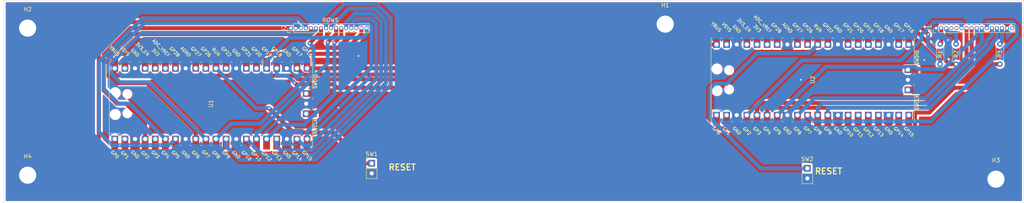
<source format=kicad_pcb>
(kicad_pcb (version 20211014) (generator pcbnew)
  (layers (0 "F.Cu" signal) (31 "B.Cu" signal) (34 "B.Paste" user) (35 "F.Paste" user) (36 "B.SilkS" user "B.Silkscreen") (37 "F.SilkS" user "F.Silkscreen") (38 "B.Mask" user) (39 "F.Mask" user) (44 "Edge.Cuts" user))
  (net 0 "")
  (net 1 "GNDL")
  (net 2 "Net-(J1-Pad2)")
  (net 3 "Net-(J1-Pad3)")
  (net 6 "COL1")
  (net 7 "COL2")
  (net 8 "COL3")
  (net 9 "COL4")
  (net 10 "COL5")
  (net 11 "COL6")
  (net 12 "COL7")
  (net 13 "COL8")
  (net 14 "Net-(J1-Pad14)")
  (net 16 "ROW1")
  (net 17 "ROW2")
  (net 18 "ROW3")
  (net 19 "ROW4")
  (net 20 "ROW5")
  (net 21 "ROW6")
  (net 22 "ROW7")
  (net 23 "ROW8")
  (net 24 "ROW9")
  (net 25 "ROW10")
  (net 26 "ROW11")
  (net 27 "ROW12")
  (net 28 "ROW13")
  (net 29 "ROW14")
  (net 30 "ROW15")
  (net 31 "ROW16")
  (net 32 "LED1")
  (net 33 "LED2")
  (net 34 "LED3")
  (net 35 "SDA I2C0")
  (net 36 "SCL I2C0")
  (net 39 "Net-(SW1-Pad1)")
  (net 47 "VCCL")
  (net 50 "sdaR")
  (net 51 "sclR")
  (net 65 "Net-(SW2-Pad1)")
  (footprint "MountingHole:MountingHole_4.3mm_M4_DIN965_Pad" (layer "F.Cu") (at 187 30)
    (fp_text reference "H1")
    (fp_text value "MountingHole_Pad")
  )
  (footprint "Connector_PinHeader_1.27mm:PinHeader_1x16_P1.27mm_Vertical" (layer "F.Cu") (at 255 31 90)
    (fp_text reference "J1")
    (fp_text value "Conn_01x16_Male")
  )
  (footprint "MountingHole:MountingHole_4.3mm_M4_DIN965_Pad" (layer "F.Cu") (at 270 69)
    (fp_text reference "H3")
    (fp_text value "MountingHole_Pad")
  )
  (footprint "Resistor_THT:R_Axial_DIN0204_L3.6mm_D1.6mm_P5.08mm_Horizontal" (layer "F.Cu") (at 271 35 -90)
    (fp_text reference "R3")
    (fp_text value "330")
  )
  (footprint "MountingHole:MountingHole_4.3mm_M4_DIN965_Pad" (layer "F.Cu") (at 27 68)
    (fp_text reference "H4")
    (fp_text value "MountingHole_Pad")
  )
  (footprint "Resistor_THT:R_Axial_DIN0204_L3.6mm_D1.6mm_P5.08mm_Horizontal" (layer "F.Cu") (at 260 35 -90)
    (fp_text reference "R2")
    (fp_text value "330")
  )
  (footprint "Resistor_THT:R_Axial_DIN0204_L3.6mm_D1.6mm_P5.08mm_Horizontal" (layer "F.Cu") (at 256 35 -90)
    (fp_text reference "R1")
    (fp_text value "330")
  )
  (footprint "MCU_RaspberryPi_and_Boards:RPi_Pico_SMD_TH" (layer "F.Cu") (at 73 50 90)
    (fp_text reference "U1")
    (fp_text value "Pico")
  )
  (footprint "Connector_PinHeader_2.54mm:PinHeader_1x02_P2.54mm_Vertical" (layer "F.Cu") (at 113.345 65)
    (fp_text reference "SW1")
    (fp_text value "EG2614-ND")
  )
  (footprint "Connector_PinHeader_2.54mm:PinHeader_1x02_P2.54mm_Vertical" (layer "F.Cu") (at 222.655 66.27)
    (fp_text reference "SW2")
    (fp_text value "EG2614-ND")
  )
  (footprint "MCU_RaspberryPi_and_Boards:RPi_Pico_SMD_TH" (layer "F.Cu") (at 224 44 90)
    (fp_text reference "U2")
    (fp_text value "Pico")
  )
  (footprint "MountingHole:MountingHole_4.3mm_M4_DIN965_Pad" (layer "F.Cu") (at 27 31)
    (fp_text reference "H2")
    (fp_text value "MountingHole_Pad")
  )
  (footprint "Connector_PinHeader_1.27mm:PinHeader_1x16_P1.27mm_Vertical" (layer "F.Cu") (at 93 31 90)
    (fp_text reference "J2")
    (fp_text value "Conn_01x16_Male")
  )
  (gr_rect (start 21 24) (end 277 75) (layer "Edge.Cuts") (width 0.1) (fill none))
  (gr_text "ROWS" (at 103 29) (layer "F.SilkS") (effects (font (size 1 1))))
  (gr_text "RESET" (at 121 66) (layer "F.SilkS") (effects (font (size 1.5 1.5) (thickness 0.3))))
  (gr_text "RESET" (at 228 67) (layer "F.SilkS") (effects (font (size 1.5 1.5) (thickness 0.3))))
  (via (at 258 34) (size 0.8) (drill 0.4) (layers "F.Cu" "B.Cu") (net 1))
  (via (at 110 38) (size 0.8) (drill 0.4) (layers "F.Cu" "B.Cu") (net 1))
  (via (at 221 44) (size 0.8) (drill 0.4) (layers "F.Cu" "B.Cu") (net 1))
  (via (at 252 39) (size 0.8) (drill 0.4) (layers "F.Cu" "B.Cu") (net 1))
  (via (at 105 51) (size 0.8) (drill 0.4) (layers "F.Cu" "B.Cu") (net 1))
  (segment (start 256 35) (end 256.27 34.73) (width 1) (layer "F.Cu") (net 2))
  (segment (start 256.27 34.73) (end 256.27 31) (width 1) (layer "F.Cu") (net 2))
  (segment (start 260 35) (end 260 32.2) (width 1) (layer "B.Cu") (net 3))
  (segment (start 257.54 31.427057) (end 257.54 31) (width 1) (layer "B.Cu") (net 3))
  (segment (start 260 32.2) (end 258.312943 32.2) (width 1) (layer "B.Cu") (net 3))
  (segment (start 258.312943 32.2) (end 257.54 31.427057) (width 1) (layer "B.Cu") (net 3))
  (segment (start 251.2836 33.9853) (end 251.2836 32.6204) (width 1) (layer "B.Cu") (net 6))
  (segment (start 207.49 52.89) (end 221.2959 39.0841) (width 1) (layer "B.Cu") (net 6))
  (segment (start 261.35 31) (end 261.35 29.5) (width 1) (layer "B.Cu") (net 6))
  (segment (start 221.2959 39.0841) (end 246.1848 39.0841) (width 1) (layer "B.Cu") (net 6))
  (segment (start 246.1848 39.0841) (end 251.2836 33.9853) (width 1) (layer "B.Cu") (net 6))
  (segment (start 251.2836 32.6204) (end 254.404 29.5) (width 1) (layer "B.Cu") (net 6))
  (segment (start 254.404 29.5) (end 261.35 29.5) (width 1) (layer "B.Cu") (net 6))
  (segment (start 262.62 39.4866) (end 262.62 31) (width 1) (layer "F.Cu") (net 7))
  (segment (start 210.03 51.04) (end 211.2302 49.8398) (width 1) (layer "F.Cu") (net 7))
  (segment (start 252.2668 49.8398) (end 262.62 39.4866) (width 1) (layer "F.Cu") (net 7))
  (segment (start 211.2302 49.8398) (end 252.2668 49.8398) (width 1) (layer "F.Cu") (net 7))
  (segment (start 210.03 52.89) (end 210.03 51.04) (width 1) (layer "F.Cu") (net 7))
  (segment (start 252.7797 51.04) (end 212.57 51.04) (width 1) (layer "F.Cu") (net 8))
  (segment (start 263.89 31) (end 263.89 39.9297) (width 1) (layer "F.Cu") (net 8))
  (segment (start 212.57 52.89) (end 212.57 51.04) (width 1) (layer "F.Cu") (net 8))
  (segment (start 263.89 39.9297) (end 252.7797 51.04) (width 1) (layer "F.Cu") (net 8))
  (segment (start 258 40.124) (end 258 40.0347) (width 1) (layer "B.Cu") (net 9))
  (segment (start 258 40.0347) (end 265.16 32.8747) (width 1) (layer "B.Cu") (net 9))
  (segment (start 227.257 40.743) (end 249.7041 40.743) (width 1) (layer "B.Cu") (net 9))
  (segment (start 250.2737 41.3126) (end 256.8114 41.3126) (width 1) (layer "B.Cu") (net 9))
  (segment (start 265.16 32.8747) (end 265.16 31) (width 1) (layer "B.Cu") (net 9))
  (segment (start 215.11 52.89) (end 227.257 40.743) (width 1) (layer "B.Cu") (net 9))
  (segment (start 249.7041 40.743) (end 250.2737 41.3126) (width 1) (layer "B.Cu") (net 9))
  (segment (start 256.8114 41.3126) (end 258 40.124) (width 1) (layer "B.Cu") (net 9))
  (segment (start 224.4404 48.6396) (end 220.19 52.89) (width 1) (layer "B.Cu") (net 10))
  (segment (start 252.3109 48.6396) (end 224.4404 48.6396) (width 1) (layer "B.Cu") (net 10))
  (segment (start 266.43 31) (end 266.43 34.5205) (width 1) (layer "B.Cu") (net 10))
  (segment (start 266.43 34.5205) (end 252.3109 48.6396) (width 1) (layer "B.Cu") (net 10))
  (segment (start 224.292 54.452) (end 253.5966 54.452) (width 1) (layer "B.Cu") (net 11))
  (segment (start 275.2763 30.6414) (end 274.1349 29.5) (width 1) (layer "B.Cu") (net 11))
  (segment (start 275.2763 32.7723) (end 275.2763 30.6414) (width 1) (layer "B.Cu") (net 11))
  (segment (start 222.73 52.89) (end 224.292 54.452) (width 1) (layer "B.Cu") (net 11))
  (segment (start 253.5966 54.452) (end 275.2763 32.7723) (width 1) (layer "B.Cu") (net 11))
  (segment (start 267.7 31) (end 267.7 29.5) (width 1) (layer "B.Cu") (net 11))
  (segment (start 274.1349 29.5) (end 267.7 29.5) (width 1) (layer "B.Cu") (net 11))
  (segment (start 225.27 51.04) (end 226.4702 49.8398) (width 1) (layer "B.Cu") (net 12))
  (segment (start 226.4702 49.8398) (end 252.8241 49.8398) (width 1) (layer "B.Cu") (net 12))
  (segment (start 267.6302 34.2203) (end 268.97 32.8805) (width 1) (layer "B.Cu") (net 12))
  (segment (start 225.27 52.89) (end 225.27 51.04) (width 1) (layer "B.Cu") (net 12))
  (segment (start 267.6302 35.0337) (end 267.6302 34.2203) (width 1) (layer "B.Cu") (net 12))
  (segment (start 252.8241 49.8398) (end 267.6302 35.0337) (width 1) (layer "B.Cu") (net 12))
  (segment (start 268.97 32.8805) (end 268.97 31) (width 1) (layer "B.Cu") (net 12))
  (segment (start 227.81 51.04) (end 253.37 51.04) (width 1) (layer "B.Cu") (net 13))
  (segment (start 268.8303 34.9704) (end 270.24 33.5607) (width 1) (layer "B.Cu") (net 13))
  (segment (start 227.81 52.89) (end 227.81 51.04) (width 1) (layer "B.Cu") (net 13))
  (segment (start 268.8303 35.5797) (end 268.8303 34.9704) (width 1) (layer "B.Cu") (net 13))
  (segment (start 270.24 31) (end 270.24 32.5) (width 1) (layer "B.Cu") (net 13))
  (segment (start 270.24 33.5607) (end 270.24 32.5) (width 1) (layer "B.Cu") (net 13))
  (segment (start 253.37 51.04) (end 268.8303 35.5797) (width 1) (layer "B.Cu") (net 13))
  (segment (start 271 35) (end 271.51 34.49) (width 1) (layer "B.Cu") (net 14))
  (segment (start 271.51 34.49) (end 271.51 31) (width 1) (layer "B.Cu") (net 14))
  (segment (start 93 31) (end 52.7927 31) (width 1) (layer "F.Cu") (net 16))
  (segment (start 52.7927 31) (end 46.1009 37.6918) (width 1) (layer "F.Cu") (net 16))
  (segment (start 46.1009 46.6809) (end 49.42 50) (width 1) (layer "F.Cu") (net 16))
  (segment (start 46.1009 37.6918) (end 46.1009 46.6809) (width 1) (layer "F.Cu") (net 16))
  (segment (start 51.6863 50) (end 56.49 54.8037) (width 1) (layer "F.Cu") (net 16))
  (segment (start 56.49 54.8037) (end 56.49 58.89) (width 1) (layer "F.Cu") (net 16))
  (segment (start 49.42 50) (end 51.6863 50) (width 1) (layer "F.Cu") (net 16))
  (segment (start 59.03 58.89) (end 59.03 62.54) (width 1) (layer "F.Cu") (net 17))
  (segment (start 48.0194 62.54) (end 59.03 62.54) (width 1) (layer "F.Cu") (net 17))
  (segment (start 94.27 31) (end 94.27 29.5) (width 1) (layer "F.Cu") (net 17))
  (segment (start 52.5456 29.5) (end 44.8497 37.1959) (width 1) (layer "F.Cu") (net 17))
  (segment (start 94.27 29.5) (end 52.5456 29.5) (width 1) (layer "F.Cu") (net 17))
  (segment (start 44.8497 37.1959) (end 44.8497 59.3703) (width 1) (layer "F.Cu") (net 17))
  (segment (start 44.8497 59.3703) (end 48.0194 62.54) (width 1) (layer "F.Cu") (net 17))
  (segment (start 46.0953 39.947) (end 46.0953 46.277) (width 1) (layer "B.Cu") (net 18))
  (segment (start 46.0953 46.277) (end 49.8183 50) (width 1) (layer "B.Cu") (net 18))
  (segment (start 52.68 50) (end 61.57 58.89) (width 1) (layer "B.Cu") (net 18))
  (segment (start 56.3034 29.7389) (end 46.0953 39.947) (width 1) (layer "B.Cu") (net 18))
  (segment (start 94.2789 29.7389) (end 56.3034 29.7389) (width 1) (layer "B.Cu") (net 18))
  (segment (start 49.8183 50) (end 52.68 50) (width 1) (layer "B.Cu") (net 18))
  (segment (start 95.54 31) (end 94.2789 29.7389) (width 1) (layer "B.Cu") (net 18))
  (segment (start 94.8425 28.52) (end 55.8251 28.52) (width 1) (layer "B.Cu") (net 19))
  (segment (start 44.8952 39.4499) (end 44.8952 57.1279) (width 1) (layer "B.Cu") (net 19))
  (segment (start 96.8798 30.5573) (end 94.8425 28.52) (width 1) (layer "B.Cu") (net 19))
  (segment (start 44.8952 57.1279) (end 48.2213 60.454) (width 1) (layer "B.Cu") (net 19))
  (segment (start 96.8798 30.6428) (end 96.8798 30.5573) (width 1) (layer "B.Cu") (net 19))
  (segment (start 96.8798 30.6428) (end 96.8798 30.9302) (width 0.9998) (layer "B.Cu") (net 19))
  (segment (start 96.8798 30.9302) (end 96.81 31) (width 0.9998) (layer "B.Cu") (net 19))
  (segment (start 48.2213 60.454) (end 62.546 60.454) (width 1) (layer "B.Cu") (net 19))
  (segment (start 62.546 60.454) (end 64.11 58.89) (width 1) (layer "B.Cu") (net 19))
  (segment (start 55.8251 28.52) (end 44.8952 39.4499) (width 1) (layer "B.Cu") (net 19))
  (segment (start 98.08 31) (end 98.08 32.5) (width 1) (layer "F.Cu") (net 20))
  (segment (start 52.9899 32.5) (end 47.3199 38.17) (width 1) (layer "F.Cu") (net 20))
  (segment (start 47.3199 43.1178) (end 49.0694 44.8673) (width 1) (layer "F.Cu") (net 20))
  (segment (start 98.08 32.5) (end 52.9899 32.5) (width 1) (layer "F.Cu") (net 20))
  (segment (start 49.0694 44.8673) (end 57.0173 44.8673) (width 1) (layer "F.Cu") (net 20))
  (segment (start 57.0173 44.8673) (end 69.19 57.04) (width 1) (layer "F.Cu") (net 20))
  (segment (start 69.19 58.89) (end 69.19 57.04) (width 1) (layer "F.Cu") (net 20))
  (segment (start 47.3199 38.17) (end 47.3199 43.1178) (width 1) (layer "F.Cu") (net 20))
  (segment (start 47.3077 41.7601) (end 50.174 44.6264) (width 1) (layer "B.Cu") (net 21))
  (segment (start 47.3077 40.4559) (end 47.3077 41.7601) (width 1) (layer "B.Cu") (net 21))
  (segment (start 98.6 32.2002) (end 55.5634 32.2002) (width 1) (layer "B.Cu") (net 21))
  (segment (start 99.35 31.4502) (end 98.6 32.2002) (width 1) (layer "B.Cu") (net 21))
  (segment (start 99.35 31) (end 99.35 31.4502) (width 1) (layer "B.Cu") (net 21))
  (segment (start 57.4664 44.6264) (end 71.73 58.89) (width 1) (layer "B.Cu") (net 21))
  (segment (start 55.5634 32.2002) (end 47.3077 40.4559) (width 1) (layer "B.Cu") (net 21))
  (segment (start 50.174 44.6264) (end 57.4664 44.6264) (width 1) (layer "B.Cu") (net 21))
  (segment (start 100.62 32.5) (end 100.0772 32.5) (width 1) (layer "F.Cu") (net 22))
  (segment (start 100.0772 32.5) (end 97.7612 34.816) (width 1) (layer "F.Cu") (net 22))
  (segment (start 100.62 31) (end 100.62 32.5) (width 1) (layer "F.Cu") (net 22))
  (via (at 97.7612 34.816) (size 0.8) (drill 0.4) (layers "F.Cu" "B.Cu") (net 22))
  (segment (start 78.1134 55.0466) (end 74.27 58.89) (width 1) (layer "B.Cu") (net 22))
  (segment (start 98.7306 41.7025) (end 85.3865 55.0466) (width 1) (layer "B.Cu") (net 22))
  (segment (start 98.7306 35.7854) (end 98.7306 41.7025) (width 1) (layer "B.Cu") (net 22))
  (segment (start 85.3865 55.0466) (end 78.1134 55.0466) (width 1) (layer "B.Cu") (net 22))
  (segment (start 97.7612 34.816) (end 98.7306 35.7854) (width 1) (layer "B.Cu") (net 22))
  (segment (start 118.1026 28.489) (end 114.5367 24.9231) (width 1) (layer "B.Cu") (net 23))
  (segment (start 101.89 31) (end 101.89 29.5) (width 1) (layer "B.Cu") (net 23))
  (segment (start 106.4669 24.9231) (end 101.89 29.5) (width 1) (layer "B.Cu") (net 23))
  (segment (start 76.81 58.89) (end 76.81 60.74) (width 1) (layer "B.Cu") (net 23))
  (segment (start 99.2596 64.1557) (end 118.1026 45.3127) (width 1) (layer "B.Cu") (net 23))
  (segment (start 76.81 60.74) (end 80.2257 64.1557) (width 1) (layer "B.Cu") (net 23))
  (segment (start 114.5367 24.9231) (end 106.4669 24.9231) (width 1) (layer "B.Cu") (net 23))
  (segment (start 80.2257 64.1557) (end 99.2596 64.1557) (width 1) (layer "B.Cu") (net 23))
  (segment (start 118.1026 45.3127) (end 118.1026 28.489) (width 1) (layer "B.Cu") (net 23))
  (segment (start 103.16 30.5593) (end 107.5961 26.1232) (width 1) (layer "B.Cu") (net 24))
  (segment (start 85.9556 62.9556) (end 81.89 58.89) (width 1) (layer "B.Cu") (net 24))
  (segment (start 116.9025 28.9861) (end 116.9025 44.8156) (width 1) (layer "B.Cu") (net 24))
  (segment (start 98.7625 62.9556) (end 85.9556 62.9556) (width 1) (layer "B.Cu") (net 24))
  (segment (start 103.16 31) (end 103.16 30.5593) (width 1) (layer "B.Cu") (net 24))
  (segment (start 107.5961 26.1232) (end 114.0396 26.1232) (width 1) (layer "B.Cu") (net 24))
  (segment (start 114.0396 26.1232) (end 116.9025 28.9861) (width 1) (layer "B.Cu") (net 24))
  (segment (start 116.9025 44.8156) (end 98.7625 62.9556) (width 1) (layer "B.Cu") (net 24))
  (segment (start 104.43 31) (end 104.43 32.5) (width 1) (layer "F.Cu") (net 25))
  (segment (start 104.43 32.5) (end 104.4234 32.5) (width 1) (layer "F.Cu") (net 25))
  (segment (start 104.4234 32.5) (end 102.3062 34.6172) (width 1) (layer "F.Cu") (net 25))
  (via (at 102.3062 34.6172) (size 0.8) (drill 0.4) (layers "F.Cu" "B.Cu") (net 25))
  (segment (start 85.0904 57.04) (end 102.3062 39.8242) (width 1) (layer "B.Cu") (net 25))
  (segment (start 84.43 57.04) (end 85.0904 57.04) (width 1) (layer "B.Cu") (net 25))
  (segment (start 84.43 58.89) (end 84.43 57.04) (width 1) (layer "B.Cu") (net 25))
  (segment (start 102.3062 39.8242) (end 102.3062 34.6172) (width 1) (layer "B.Cu") (net 25))
  (segment (start 105.7 32.9487) (end 103.9849 34.6638) (width 1) (layer "F.Cu") (net 26))
  (segment (start 105.7 31) (end 105.7 32.9487) (width 1) (layer "F.Cu") (net 26))
  (via (at 103.9849 34.6638) (size 0.8) (drill 0.4) (layers "F.Cu" "B.Cu") (net 26))
  (segment (start 90.5436 55.3164) (end 86.97 58.89) (width 1) (layer "B.Cu") (net 26))
  (segment (start 103.9848 34.6638) (end 103.9848 47.6691) (width 1) (layer "B.Cu") (net 26))
  (segment (start 103.9848 47.6691) (end 96.3375 55.3164) (width 1) (layer "B.Cu") (net 26))
  (segment (start 96.3375 55.3164) (end 90.5436 55.3164) (width 1) (layer "B.Cu") (net 26))
  (segment (start 103.9849 34.6638) (end 103.9848 34.6638) (width 1) (layer "B.Cu") (net 26))
  (segment (start 90.4961 61.7261) (end 89.51 60.74) (width 1) (layer "B.Cu") (net 27))
  (segment (start 115.7023 44.3104) (end 98.2866 61.7261) (width 1) (layer "B.Cu") (net 27))
  (segment (start 89.51 58.89) (end 89.51 60.74) (width 1) (layer "B.Cu") (net 27))
  (segment (start 106.97 29.5) (end 109.1265 27.3435) (width 1) (layer "B.Cu") (net 27))
  (segment (start 106.97 31) (end 106.97 29.5) (width 1) (layer "B.Cu") (net 27))
  (segment (start 109.1265 27.3435) (end 113.5609 27.3435) (width 1) (layer "B.Cu") (net 27))
  (segment (start 98.2866 61.7261) (end 90.4961 61.7261) (width 1) (layer "B.Cu") (net 27))
  (segment (start 115.7023 29.4849) (end 115.7023 44.3104) (width 1) (layer "B.Cu") (net 27))
  (segment (start 113.5609 27.3435) (end 115.7023 29.4849) (width 1) (layer "B.Cu") (net 27))
  (segment (start 114.5021 43.7618) (end 97.7809 60.483) (width 1) (layer "B.Cu") (net 28))
  (segment (start 108.24 31) (end 108.24 29.9273) (width 1) (layer "B.Cu") (net 28))
  (segment (start 109.5838 28.5835) (end 113.1036 28.5835) (width 1) (layer "B.Cu") (net 28))
  (segment (start 96.183 60.483) (end 94.59 58.89) (width 1) (layer "B.Cu") (net 28))
  (segment (start 108.24 29.9273) (end 109.5838 28.5835) (width 1) (layer "B.Cu") (net 28))
  (segment (start 114.5021 29.982) (end 114.5021 43.7618) (width 1) (layer "B.Cu") (net 28))
  (segment (start 113.1036 28.5835) (end 114.5021 29.982) (width 1) (layer "B.Cu") (net 28))
  (segment (start 97.7809 60.483) (end 96.183 60.483) (width 1) (layer "B.Cu") (net 28))
  (segment (start 109.51 31) (end 109.51 30.4597) (width 1) (layer "B.Cu") (net 29))
  (segment (start 113.2587 30.5074) (end 113.2587 40.9113) (width 1) (layer "B.Cu") (net 29))
  (segment (start 112.5374 29.7861) (end 113.2587 30.5074) (width 1) (layer "B.Cu") (net 29))
  (segment (start 109.51 30.4597) (end 110.1836 29.7861) (width 1) (layer "B.Cu") (net 29))
  (segment (start 113.2587 40.9113) (end 97.13 57.04) (width 1) (layer "B.Cu") (net 29))
  (segment (start 97.13 58.89) (end 97.13 57.04) (width 1) (layer "B.Cu") (net 29))
  (segment (start 110.1836 29.7861) (end 112.5374 29.7861) (width 1) (layer "B.Cu") (net 29))
  (segment (start 110.78 31) (end 110.78 32.5) (width 1) (layer "F.Cu") (net 30))
  (segment (start 81.89 41.11) (end 81.89 37.46) (width 1) (layer "F.Cu") (net 30))
  (segment (start 105.82 37.46) (end 81.89 37.46) (width 1) (layer "F.Cu") (net 30))
  (segment (start 110.78 32.5) (end 105.82 37.46) (width 1) (layer "F.Cu") (net 30))
  (segment (start 92.8129 33.4171) (end 86.97 39.26) (width 1) (layer "B.Cu") (net 31))
  (segment (start 112.05 31) (end 112.05 32.5) (width 1) (layer "B.Cu") (net 31))
  (segment (start 111.1329 33.4171) (end 92.8129 33.4171) (width 1) (layer "B.Cu") (net 31))
  (segment (start 112.05 32.5) (end 111.1329 33.4171) (width 1) (layer "B.Cu") (net 31))
  (segment (start 86.97 41.11) (end 86.97 39.26) (width 1) (layer "B.Cu") (net 31))
  (segment (start 182.1848 41.11) (end 192.7763 30.5185) (width 1) (layer "F.Cu") (net 32))
  (segment (start 192.7763 30.5185) (end 250.926 30.5185) (width 1) (layer "F.Cu") (net 32))
  (segment (start 97.13 41.11) (end 182.1848 41.11) (width 1) (layer "F.Cu") (net 32))
  (segment (start 250.926 30.5185) (end 253.0043 32.5968) (width 1) (layer "F.Cu") (net 32))
  (via (at 253.0043 32.5968) (size 0.8) (drill 0.4) (layers "F.Cu" "B.Cu") (net 32))
  (segment (start 253.0043 35.3843) (end 253.0043 32.5968) (width 1) (layer "B.Cu") (net 32))
  (segment (start 256 38.38) (end 253.0043 35.3843) (width 1) (layer "B.Cu") (net 32))
  (segment (start 256 40.08) (end 256 38.38) (width 1) (layer "B.Cu") (net 32))
  (segment (start 183.8669 42.6822) (end 194.7936 31.7555) (width 1) (layer "F.Cu") (net 33))
  (segment (start 94.59 41.11) (end 96.1622 42.6822) (width 1) (layer "F.Cu") (net 33))
  (segment (start 96.1622 42.6822) (end 183.8669 42.6822) (width 1) (layer "F.Cu") (net 33))
  (segment (start 194.7936 31.7555) (end 249.9755 31.7555) (width 1) (layer "F.Cu") (net 33))
  (segment (start 260 40.08) (end 258.3 40.08) (width 1) (layer "F.Cu") (net 33))
  (segment (start 249.9755 31.7555) (end 258.3 40.08) (width 1) (layer "F.Cu") (net 33))
  (segment (start 94.3917 45.1436) (end 103.7986 45.1436) (width 1) (layer "F.Cu") (net 34))
  (segment (start 104.655 46) (end 188.08 46) (width 1) (layer "F.Cu") (net 34))
  (segment (start 263.38 46) (end 269.3 40.08) (width 1) (layer "F.Cu") (net 34))
  (segment (start 103.7986 45.1436) (end 104.655 46) (width 1) (layer "F.Cu") (net 34))
  (segment (start 269.3 40.08) (end 271 40.08) (width 1) (layer "F.Cu") (net 34))
  (segment (start 198.32 56.24) (end 249.68 56.24) (width 1) (layer "F.Cu") (net 34))
  (segment (start 249.68 52.24) (end 253.276756 52.24) (width 1) (layer "F.Cu") (net 34))
  (segment (start 93.992 44.7439) (end 94.3917 45.1436) (width 1) (layer "F.Cu") (net 34))
  (segment (start 249.68 56.24) (end 249.68 52.24) (width 1) (layer "F.Cu") (net 34))
  (segment (start 253.276756 52.24) (end 259.516756 46) (width 1) (layer "F.Cu") (net 34))
  (segment (start 259.516756 46) (end 263.38 46) (width 1) (layer "F.Cu") (net 34))
  (segment (start 188.08 46) (end 198.32 56.24) (width 1) (layer "F.Cu") (net 34))
  (via (at 93.992 44.7439) (size 0.8) (drill 0.4) (layers "F.Cu" "B.Cu") (net 34))
  (segment (start 89.51 42.96) (end 92.2081 42.96) (width 1) (layer "B.Cu") (net 34))
  (segment (start 89.51 41.11) (end 89.51 42.96) (width 1) (layer "B.Cu") (net 34))
  (segment (start 92.2081 42.96) (end 93.992 44.7439) (width 1) (layer "B.Cu") (net 34))
  (segment (start 93.6893 57.2526) (end 103.7476 57.2526) (width 1) (layer "F.Cu") (net 39))
  (segment (start 87.5863 51.1496) (end 93.6893 57.2526) (width 1) (layer "F.Cu") (net 39))
  (segment (start 113.345 65) (end 111.495 65) (width 1) (layer "F.Cu") (net 39))
  (segment (start 103.7476 57.2526) (end 111.495 65) (width 1) (layer "F.Cu") (net 39))
  (via (at 87.5863 51.1496) (size 0.8) (drill 0.4) (layers "F.Cu" "B.Cu") (net 39))
  (segment (start 84.3096 51.1496) (end 87.5863 51.1496) (width 1) (layer "B.Cu") (net 39))
  (segment (start 74.27 41.11) (end 84.3096 51.1496) (width 1) (layer "B.Cu") (net 39))
  (segment (start 93.9054 42.96) (end 94.8278 43.8824) (width 1) (layer "F.Cu") (net 47))
  (segment (start 193.136156 35.11) (end 199.87 35.11) (width 1) (layer "F.Cu") (net 47))
  (segment (start 184.363756 43.8824) (end 193.136156 35.11) (width 1) (layer "F.Cu") (net 47))
  (segment (start 48.87 41.11) (end 48.87 42.96) (width 1) (layer "F.Cu") (net 47))
  (segment (start 48.87 42.96) (end 93.9054 42.96) (width 1) (layer "F.Cu") (net 47))
  (segment (start 94.8278 43.8824) (end 184.363756 43.8824) (width 1) (layer "F.Cu") (net 47))
  (segment (start 225.27 35.11) (end 223.096 37.284) (width 1) (layer "B.Cu") (net 65))
  (segment (start 210.1201 37.284) (end 202.4314 44.9727) (width 1) (layer "B.Cu") (net 65))
  (segment (start 199.4543 44.9727) (end 198.2903 46.1367) (width 1) (layer "B.Cu") (net 65))
  (segment (start 198.2903 46.1367) (end 198.2903 53.6013) (width 1) (layer "B.Cu") (net 65))
  (segment (start 198.2903 53.6013) (end 210.959 66.27) (width 1) (layer "B.Cu") (net 65))
  (segment (start 202.4314 44.9727) (end 199.4543 44.9727) (width 1) (layer "B.Cu") (net 65))
  (segment (start 210.959 66.27) (end 222.655 66.27) (width 1) (layer "B.Cu") (net 65))
  (segment (start 223.096 37.284) (end 210.1201 37.284) (width 1) (layer "B.Cu") (net 65))
  (zone (net 1) (net_name "GNDL") (layers F&B.Cu) (connect_pads yes (clearance 0.508)) (min_thickness 0.254) (fill yes (thermal_gap 0.508) (thermal_bridge_width 0.508))
    (polygon (pts (xy 277 75) (xy 21 75) (xy 21 24) (xy 277 24)))
  )
)
</source>
